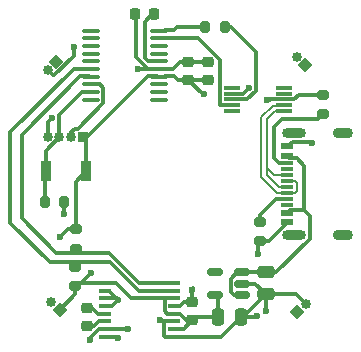
<source format=gbr>
%TF.GenerationSoftware,KiCad,Pcbnew,8.0.0*%
%TF.CreationDate,2024-05-16T17:25:02+03:00*%
%TF.ProjectId,pressure_sensor_logic,70726573-7375-4726-955f-73656e736f72,rev?*%
%TF.SameCoordinates,Original*%
%TF.FileFunction,Copper,L1,Top*%
%TF.FilePolarity,Positive*%
%FSLAX46Y46*%
G04 Gerber Fmt 4.6, Leading zero omitted, Abs format (unit mm)*
G04 Created by KiCad (PCBNEW 8.0.0) date 2024-05-16 17:25:02*
%MOMM*%
%LPD*%
G01*
G04 APERTURE LIST*
G04 Aperture macros list*
%AMRoundRect*
0 Rectangle with rounded corners*
0 $1 Rounding radius*
0 $2 $3 $4 $5 $6 $7 $8 $9 X,Y pos of 4 corners*
0 Add a 4 corners polygon primitive as box body*
4,1,4,$2,$3,$4,$5,$6,$7,$8,$9,$2,$3,0*
0 Add four circle primitives for the rounded corners*
1,1,$1+$1,$2,$3*
1,1,$1+$1,$4,$5*
1,1,$1+$1,$6,$7*
1,1,$1+$1,$8,$9*
0 Add four rect primitives between the rounded corners*
20,1,$1+$1,$2,$3,$4,$5,0*
20,1,$1+$1,$4,$5,$6,$7,0*
20,1,$1+$1,$6,$7,$8,$9,0*
20,1,$1+$1,$8,$9,$2,$3,0*%
%AMHorizOval*
0 Thick line with rounded ends*
0 $1 width*
0 $2 $3 position (X,Y) of the first rounded end (center of the circle)*
0 $4 $5 position (X,Y) of the second rounded end (center of the circle)*
0 Add line between two ends*
20,1,$1,$2,$3,$4,$5,0*
0 Add two circle primitives to create the rounded ends*
1,1,$1,$2,$3*
1,1,$1,$4,$5*%
%AMRotRect*
0 Rectangle, with rotation*
0 The origin of the aperture is its center*
0 $1 length*
0 $2 width*
0 $3 Rotation angle, in degrees counterclockwise*
0 Add horizontal line*
21,1,$1,$2,0,0,$3*%
G04 Aperture macros list end*
%TA.AperFunction,SMDPad,CuDef*%
%ADD10R,1.000000X0.400000*%
%TD*%
%TA.AperFunction,SMDPad,CuDef*%
%ADD11RoundRect,0.225000X0.250000X-0.225000X0.250000X0.225000X-0.250000X0.225000X-0.250000X-0.225000X0*%
%TD*%
%TA.AperFunction,ComponentPad*%
%ADD12RotRect,0.850000X0.850000X225.000000*%
%TD*%
%TA.AperFunction,ComponentPad*%
%ADD13HorizOval,0.850000X0.000000X0.000000X0.000000X0.000000X0*%
%TD*%
%TA.AperFunction,SMDPad,CuDef*%
%ADD14RoundRect,0.100000X0.637500X0.100000X-0.637500X0.100000X-0.637500X-0.100000X0.637500X-0.100000X0*%
%TD*%
%TA.AperFunction,SMDPad,CuDef*%
%ADD15RoundRect,0.250000X-0.250000X-0.475000X0.250000X-0.475000X0.250000X0.475000X-0.250000X0.475000X0*%
%TD*%
%TA.AperFunction,SMDPad,CuDef*%
%ADD16RoundRect,0.150000X0.512500X0.150000X-0.512500X0.150000X-0.512500X-0.150000X0.512500X-0.150000X0*%
%TD*%
%TA.AperFunction,SMDPad,CuDef*%
%ADD17RoundRect,0.225000X-0.250000X0.225000X-0.250000X-0.225000X0.250000X-0.225000X0.250000X0.225000X0*%
%TD*%
%TA.AperFunction,ComponentPad*%
%ADD18R,0.850000X0.850000*%
%TD*%
%TA.AperFunction,ComponentPad*%
%ADD19O,0.850000X0.850000*%
%TD*%
%TA.AperFunction,SMDPad,CuDef*%
%ADD20RoundRect,0.250000X-0.475000X0.250000X-0.475000X-0.250000X0.475000X-0.250000X0.475000X0.250000X0*%
%TD*%
%TA.AperFunction,SMDPad,CuDef*%
%ADD21RoundRect,0.200000X-0.275000X0.200000X-0.275000X-0.200000X0.275000X-0.200000X0.275000X0.200000X0*%
%TD*%
%TA.AperFunction,SMDPad,CuDef*%
%ADD22RoundRect,0.200000X-0.200000X-0.275000X0.200000X-0.275000X0.200000X0.275000X-0.200000X0.275000X0*%
%TD*%
%TA.AperFunction,SMDPad,CuDef*%
%ADD23RoundRect,0.200000X0.275000X-0.200000X0.275000X0.200000X-0.275000X0.200000X-0.275000X-0.200000X0*%
%TD*%
%TA.AperFunction,SMDPad,CuDef*%
%ADD24R,1.400000X0.300000*%
%TD*%
%TA.AperFunction,SMDPad,CuDef*%
%ADD25R,0.900000X1.700000*%
%TD*%
%TA.AperFunction,SMDPad,CuDef*%
%ADD26RoundRect,0.225000X0.225000X0.250000X-0.225000X0.250000X-0.225000X-0.250000X0.225000X-0.250000X0*%
%TD*%
%TA.AperFunction,ComponentPad*%
%ADD27RotRect,0.850000X0.850000X315.000000*%
%TD*%
%TA.AperFunction,ComponentPad*%
%ADD28HorizOval,0.850000X0.000000X0.000000X0.000000X0.000000X0*%
%TD*%
%TA.AperFunction,ComponentPad*%
%ADD29RotRect,0.850000X0.850000X135.000000*%
%TD*%
%TA.AperFunction,ComponentPad*%
%ADD30HorizOval,0.850000X0.000000X0.000000X0.000000X0.000000X0*%
%TD*%
%TA.AperFunction,SMDPad,CuDef*%
%ADD31R,1.140000X0.600000*%
%TD*%
%TA.AperFunction,SMDPad,CuDef*%
%ADD32R,1.140000X0.300000*%
%TD*%
%TA.AperFunction,ComponentPad*%
%ADD33O,2.000000X0.900000*%
%TD*%
%TA.AperFunction,ComponentPad*%
%ADD34O,1.700000X0.900000*%
%TD*%
%TA.AperFunction,ViaPad*%
%ADD35C,0.600000*%
%TD*%
%TA.AperFunction,Conductor*%
%ADD36C,0.300000*%
%TD*%
%TA.AperFunction,Conductor*%
%ADD37C,0.200000*%
%TD*%
G04 APERTURE END LIST*
D10*
%TO.P,D1,1,DVDD*%
%TO.N,+3.3V*%
X163700004Y-88450003D03*
%TO.P,D1,2,DGND*%
%TO.N,GND*%
X163700002Y-89100003D03*
%TO.P,D1,3,CLKIN*%
X163700004Y-89750004D03*
%TO.P,D1,4,GAIN*%
X163700004Y-90400006D03*
%TO.P,D1,5,CAP*%
%TO.N,Net-(C3-Pad2)*%
X163699994Y-91049993D03*
%TO.P,D1,6,CAP*%
%TO.N,Net-(C3-Pad1)*%
X163700000Y-91700005D03*
%TO.P,D1,7,AINP*%
%TO.N,/A+*%
X163700001Y-92350005D03*
%TO.P,D1,8,AINN*%
%TO.N,/A-*%
X163700002Y-93000001D03*
%TO.P,D1,9,REFN*%
%TO.N,GND*%
X169500000Y-93000001D03*
%TO.P,D1,10,REFP*%
%TO.N,+3.3V*%
X169500002Y-92350001D03*
%TO.P,D1,11,AGND*%
%TO.N,GND*%
X169500000Y-91700000D03*
%TO.P,D1,12,AVDD*%
%TO.N,+3.3V*%
X169500000Y-91049998D03*
%TO.P,D1,13,SPEED*%
%TO.N,GND*%
X169500010Y-90400011D03*
%TO.P,D1,14,PWDN*%
%TO.N,+3.3V*%
X169500004Y-89749999D03*
%TO.P,D1,15,SCLK*%
%TO.N,/I2C2_SCL*%
X169500003Y-89099999D03*
%TO.P,D1,16,~DRDY/DOUT*%
%TO.N,/I2C2_SDA*%
X169500002Y-88450003D03*
%TD*%
D11*
%TO.P,C19,1*%
%TO.N,+3.3V*%
X172350000Y-71250000D03*
%TO.P,C19,2*%
%TO.N,GND*%
X172350000Y-69699998D03*
%TD*%
D12*
%TO.P,J2,1,Pin_1*%
%TO.N,+3.3V*%
X159825000Y-90725000D03*
D13*
%TO.P,J2,2,Pin_2*%
%TO.N,/A+*%
X159117893Y-90017893D03*
%TD*%
D14*
%TO.P,U4,1,PB7/PB8*%
%TO.N,unconnected-(U4-PB7{slash}PB8-Pad1)*%
X168199999Y-72925000D03*
%TO.P,U4,2,PC14/PB9*%
%TO.N,unconnected-(U4-PC14{slash}PB9-Pad2)*%
X168200000Y-72275000D03*
%TO.P,U4,3,PC15*%
%TO.N,unconnected-(U4-PC15-Pad3)*%
X168200000Y-71625000D03*
%TO.P,U4,4,VDD*%
%TO.N,+3.3V*%
X168200000Y-70975000D03*
%TO.P,U4,5,VSS*%
%TO.N,GND*%
X168199999Y-70324999D03*
%TO.P,U4,6,NRST*%
%TO.N,/NRST*%
X168199999Y-69675001D03*
%TO.P,U4,7,PA0*%
%TO.N,unconnected-(U4-PA0-Pad7)*%
X168200000Y-69025000D03*
%TO.P,U4,8,PA1*%
%TO.N,unconnected-(U4-PA1-Pad8)*%
X168200000Y-68375001D03*
%TO.P,U4,9,PA2*%
%TO.N,/USART2_TX*%
X168199999Y-67724999D03*
%TO.P,U4,10,PA3*%
%TO.N,/USART2_RX*%
X168200004Y-67075001D03*
%TO.P,U4,11,PA4*%
%TO.N,unconnected-(U4-PA4-Pad11)*%
X162475001Y-67075000D03*
%TO.P,U4,12,PA5*%
%TO.N,unconnected-(U4-PA5-Pad12)*%
X162475000Y-67725000D03*
%TO.P,U4,13,PA6*%
%TO.N,unconnected-(U4-PA6-Pad13)*%
X162475000Y-68375000D03*
%TO.P,U4,14,PA7*%
%TO.N,unconnected-(U4-PA7-Pad14)*%
X162475000Y-69025000D03*
%TO.P,U4,15,PB0/PB1/PB2/PA8*%
%TO.N,unconnected-(U4-PB0{slash}PB1{slash}PB2{slash}PA8-Pad15)*%
X162475001Y-69675001D03*
%TO.P,U4,16,PA11/PA9*%
%TO.N,/I2C2_SCL*%
X162475001Y-70324999D03*
%TO.P,U4,17,PA12/PA10*%
%TO.N,/I2C2_SDA*%
X162475000Y-70975000D03*
%TO.P,U4,18,PA13*%
%TO.N,/SWCLK*%
X162475000Y-71624999D03*
%TO.P,U4,19,PA14/PA15*%
%TO.N,/SWDIO*%
X162475001Y-72275001D03*
%TO.P,U4,20,PB3/PB4/PB5/PB6*%
%TO.N,unconnected-(U4-PB3{slash}PB4{slash}PB5{slash}PB6-Pad20)*%
X162474996Y-72924999D03*
%TD*%
D15*
%TO.P,C17,1*%
%TO.N,+3.3V*%
X173250002Y-91300002D03*
%TO.P,C17,2*%
%TO.N,GND*%
X175150000Y-91300002D03*
%TD*%
D16*
%TO.P,U3,1,VIN*%
%TO.N,VBUS*%
X175249998Y-89450003D03*
%TO.P,U3,2,GND*%
%TO.N,GND*%
X175249998Y-88500003D03*
%TO.P,U3,3,EN*%
%TO.N,VBUS*%
X175249998Y-87550003D03*
%TO.P,U3,4,NC*%
%TO.N,unconnected-(U3-NC-Pad4)*%
X172974998Y-87550003D03*
%TO.P,U3,5,VOUT*%
%TO.N,+3.3V*%
X172974998Y-89450003D03*
%TD*%
D12*
%TO.P,J4,1,Pin_1*%
%TO.N,/A+*%
X180600000Y-70000000D03*
D13*
%TO.P,J4,2,Pin_2*%
%TO.N,GND*%
X179892893Y-69292893D03*
%TD*%
D17*
%TO.P,C4,1*%
%TO.N,GND*%
X171050001Y-90059875D03*
%TO.P,C4,2*%
%TO.N,+3.3V*%
X171050001Y-91609877D03*
%TD*%
D18*
%TO.P,J3,1,Pin_1*%
%TO.N,+3.3V*%
X161800001Y-76075000D03*
D19*
%TO.P,J3,2,Pin_2*%
%TO.N,/SWCLK*%
X160800001Y-76075000D03*
%TO.P,J3,3,Pin_3*%
%TO.N,/SWDIO*%
X159800001Y-76075000D03*
%TO.P,J3,4,Pin_4*%
%TO.N,GND*%
X158800001Y-76075000D03*
%TD*%
D20*
%TO.P,C16,1*%
%TO.N,VBUS*%
X177250000Y-87500002D03*
%TO.P,C16,2*%
%TO.N,GND*%
X177250000Y-89400000D03*
%TD*%
D21*
%TO.P,R14,1*%
%TO.N,/I2C2_SCL*%
X161150000Y-87075000D03*
%TO.P,R14,2*%
%TO.N,+3.3V*%
X161150000Y-88725000D03*
%TD*%
D22*
%TO.P,R9,1*%
%TO.N,/SWDIO*%
X158550000Y-81575000D03*
%TO.P,R9,2*%
%TO.N,GND*%
X160200000Y-81575000D03*
%TD*%
D11*
%TO.P,C3,1*%
%TO.N,Net-(C3-Pad1)*%
X162100000Y-92100000D03*
%TO.P,C3,2*%
%TO.N,Net-(C3-Pad2)*%
X162100000Y-90549998D03*
%TD*%
D23*
%TO.P,R1,1*%
%TO.N,Net-(J11-CC2)*%
X182150000Y-74150000D03*
%TO.P,R1,2*%
%TO.N,GND*%
X182150000Y-72500000D03*
%TD*%
D24*
%TO.P,U5,1,UD+*%
%TO.N,/D+*%
X178850005Y-73899998D03*
%TO.P,U5,2,UD-*%
%TO.N,/D-*%
X178850000Y-73400000D03*
%TO.P,U5,3,GND*%
%TO.N,GND*%
X178850000Y-72900000D03*
%TO.P,U5,4,~{RTS}*%
%TO.N,unconnected-(U5-~{RTS}-Pad4)*%
X178850002Y-72400004D03*
%TO.P,U5,5,~{CTS}*%
%TO.N,unconnected-(U5-~{CTS}-Pad5)*%
X178850001Y-71899999D03*
%TO.P,U5,6,TNOW*%
%TO.N,unconnected-(U5-TNOW-Pad6)*%
X174449995Y-71900002D03*
%TO.P,U5,7,VCC*%
%TO.N,+3.3V*%
X174450000Y-72400000D03*
%TO.P,U5,8,TXD*%
%TO.N,Net-(U5-TXD)*%
X174450000Y-72900000D03*
%TO.P,U5,9,RXD*%
%TO.N,/USART2_TX*%
X174449998Y-73399996D03*
%TO.P,U5,10,V3*%
%TO.N,unconnected-(U5-V3-Pad10)*%
X174449999Y-73900001D03*
%TD*%
D25*
%TO.P,SW2,1,1*%
%TO.N,/SWDIO*%
X158625000Y-79000000D03*
%TO.P,SW2,2,2*%
%TO.N,+3.3V*%
X162025000Y-79000000D03*
%TD*%
D23*
%TO.P,R15,1*%
%TO.N,/I2C2_SDA*%
X161175000Y-85550000D03*
%TO.P,R15,2*%
%TO.N,+3.3V*%
X161175000Y-83900000D03*
%TD*%
D26*
%TO.P,C20,1*%
%TO.N,/NRST*%
X167775002Y-65650000D03*
%TO.P,C20,2*%
%TO.N,GND*%
X166225000Y-65650000D03*
%TD*%
D27*
%TO.P,J6,1,Pin_1*%
%TO.N,/A-*%
X159503554Y-69696445D03*
D28*
%TO.P,J6,2,Pin_2*%
%TO.N,+3.3V*%
X158796447Y-70403552D03*
%TD*%
D11*
%TO.P,C18,1*%
%TO.N,+3.3V*%
X170700000Y-71250000D03*
%TO.P,C18,2*%
%TO.N,GND*%
X170700000Y-69699998D03*
%TD*%
D29*
%TO.P,J5,1,Pin_1*%
%TO.N,/A-*%
X179942893Y-90907107D03*
D30*
%TO.P,J5,2,Pin_2*%
%TO.N,GND*%
X180650000Y-90200000D03*
%TD*%
D31*
%TO.P,J11,A1_B12,GND*%
%TO.N,GND*%
X179050001Y-83275000D03*
%TO.P,J11,A4_B9,VBUS*%
%TO.N,VBUS*%
X179050001Y-82475001D03*
D32*
%TO.P,J11,A5,CC1*%
%TO.N,Net-(J11-CC1)*%
X179050001Y-81325000D03*
%TO.P,J11,A6,DP1*%
%TO.N,/D+*%
X179050000Y-80325000D03*
%TO.P,J11,A7,DN1*%
%TO.N,/D-*%
X179050001Y-79825001D03*
%TO.P,J11,A8,SBU1*%
%TO.N,unconnected-(J11-SBU1-PadA8)*%
X179050002Y-78825000D03*
D31*
%TO.P,J11,B1_A12,GND*%
%TO.N,GND*%
X179050001Y-76875000D03*
%TO.P,J11,B4_A9,VBUS*%
%TO.N,VBUS*%
X179050002Y-77674999D03*
D32*
%TO.P,J11,B5,CC2*%
%TO.N,Net-(J11-CC2)*%
X179050000Y-78325000D03*
%TO.P,J11,B6,DP2*%
%TO.N,/D+*%
X179050000Y-79324999D03*
%TO.P,J11,B7,DN2*%
%TO.N,/D-*%
X179050002Y-80825001D03*
%TO.P,J11,B8,SBU2*%
%TO.N,unconnected-(J11-SBU2-PadB8)*%
X179050001Y-81825000D03*
D33*
%TO.P,J11,S1,SHIELD*%
%TO.N,unconnected-(J11-SHIELD-PadS1)_2*%
X179630001Y-84400000D03*
%TO.P,J11,S2,SHIELD*%
%TO.N,unconnected-(J11-SHIELD-PadS1)_0*%
X179630002Y-75749999D03*
D34*
%TO.P,J11,S3,SHIELD*%
%TO.N,unconnected-(J11-SHIELD-PadS1)*%
X183800001Y-84400000D03*
%TO.P,J11,S4,SHIELD*%
%TO.N,unconnected-(J11-SHIELD-PadS1)_1*%
X183800001Y-75750000D03*
%TD*%
D21*
%TO.P,R2,1*%
%TO.N,Net-(J11-CC1)*%
X176800000Y-83250000D03*
%TO.P,R2,2*%
%TO.N,GND*%
X176800000Y-84900000D03*
%TD*%
D22*
%TO.P,R10,1*%
%TO.N,/USART2_RX*%
X172150000Y-66750000D03*
%TO.P,R10,2*%
%TO.N,Net-(U5-TXD)*%
X173800000Y-66750000D03*
%TD*%
D35*
%TO.N,GND*%
X176600000Y-86000000D03*
X177375000Y-72975000D03*
X159175000Y-74450000D03*
X181200000Y-76575000D03*
X164775000Y-89850000D03*
X171050000Y-89000000D03*
X160150000Y-82625000D03*
X166425000Y-70325000D03*
X176500000Y-91275000D03*
X168275000Y-91575000D03*
X177275000Y-90775000D03*
%TO.N,+3.3V*%
X172050000Y-72475000D03*
X162500000Y-87575000D03*
X175825000Y-71950000D03*
X161000000Y-68425000D03*
X159875000Y-84525000D03*
%TO.N,/A-*%
X164725000Y-93075000D03*
%TO.N,/A+*%
X165600000Y-92300000D03*
X162375000Y-93275000D03*
%TD*%
D36*
%TO.N,GND*%
X180100000Y-72500000D02*
X182150000Y-72500000D01*
X170000002Y-69699998D02*
X170700000Y-69699998D01*
X178850000Y-72900000D02*
X177650000Y-72900000D01*
X160200000Y-82575000D02*
X160150000Y-82625000D01*
X179150000Y-76875000D02*
X179540000Y-76485000D01*
X176474998Y-91300002D02*
X176500000Y-91275000D01*
X179540000Y-76485000D02*
X181110000Y-76485000D01*
X170700000Y-69699998D02*
X172350000Y-69699998D01*
X173450001Y-93000001D02*
X169500000Y-93000001D01*
X177525000Y-84900000D02*
X179150000Y-83275000D01*
X169400001Y-70299999D02*
X170000002Y-69699998D01*
X170315125Y-90059875D02*
X171050001Y-90059875D01*
X163700002Y-89100003D02*
X164025003Y-89100003D01*
X176600000Y-84900000D02*
X177525000Y-84900000D01*
X163700004Y-89750004D02*
X164675004Y-89750004D01*
X164025003Y-89100003D02*
X164775000Y-89850000D01*
X168275000Y-91575000D02*
X168625000Y-91700000D01*
X168625000Y-92925001D02*
X168625000Y-91700000D01*
X168024999Y-70299999D02*
X166450001Y-70299999D01*
X163700004Y-90400006D02*
X164224994Y-90400006D01*
X176350003Y-88500003D02*
X177250000Y-89400000D01*
X166299998Y-69312497D02*
X167287500Y-70299999D01*
X166299998Y-65500000D02*
X166299998Y-69312497D01*
X167287500Y-70299999D02*
X168024999Y-70299999D01*
X180650000Y-90200000D02*
X179850000Y-89400000D01*
X169974989Y-90400011D02*
X170315125Y-90059875D01*
X177250000Y-89400000D02*
X177250000Y-90750000D01*
X181110000Y-76485000D02*
X181200000Y-76575000D01*
X168700000Y-93000001D02*
X168625000Y-92925001D01*
X179700000Y-72900000D02*
X180100000Y-72500000D01*
X169500010Y-90400011D02*
X169974989Y-90400011D01*
X169500000Y-93000001D02*
X168700000Y-93000001D01*
X160200000Y-81575000D02*
X160200000Y-82575000D01*
X177250000Y-90750000D02*
X177275000Y-90775000D01*
X178850000Y-72900000D02*
X179700000Y-72900000D01*
X168749998Y-70299999D02*
X169400001Y-70299999D01*
X168625000Y-91700000D02*
X169500000Y-91700000D01*
X175150000Y-91300002D02*
X173450001Y-93000001D01*
X171050001Y-90059875D02*
X171050000Y-89000000D01*
X177575000Y-72975000D02*
X177375000Y-72975000D01*
X164675004Y-89750004D02*
X164775000Y-89850000D01*
X177650000Y-72900000D02*
X177625000Y-72925000D01*
X175150000Y-91300002D02*
X176474998Y-91300002D01*
X158800001Y-76075000D02*
X158800001Y-74824999D01*
X177625000Y-72925000D02*
X177575000Y-72975000D01*
X175349998Y-91300002D02*
X177250000Y-89400000D01*
X169500000Y-91700000D02*
X168950003Y-91700000D01*
X176600000Y-84900000D02*
X176600000Y-86000000D01*
X175150000Y-91300002D02*
X175349998Y-91300002D01*
X166450001Y-70299999D02*
X166425000Y-70325000D01*
X164224994Y-90400006D02*
X164775000Y-89850000D01*
X175249998Y-88500003D02*
X176350003Y-88500003D01*
X171149997Y-88900003D02*
X171050000Y-89000000D01*
X158800001Y-74824999D02*
X159175000Y-74450000D01*
X179850000Y-89400000D02*
X177250000Y-89400000D01*
%TO.N,Net-(C3-Pad1)*%
X163700000Y-91700005D02*
X163124995Y-91700005D01*
X163124995Y-91700005D02*
X162725000Y-92100000D01*
X162725000Y-92100000D02*
X162100000Y-92100000D01*
%TO.N,Net-(C3-Pad2)*%
X163099993Y-91049993D02*
X162599998Y-90549998D01*
D37*
X162250002Y-90449998D02*
X162424998Y-90449998D01*
D36*
X162599998Y-90549998D02*
X162100000Y-90549998D01*
X163699994Y-91049993D02*
X163099993Y-91049993D01*
%TO.N,+3.3V*%
X173250002Y-89725007D02*
X172974998Y-89450003D01*
X169974998Y-91049998D02*
X170534877Y-91609877D01*
X174450000Y-72400000D02*
X175375000Y-72400000D01*
X161000000Y-69192777D02*
X159364226Y-70828551D01*
X161000000Y-68425000D02*
X161000000Y-69192777D01*
X170534877Y-91609877D02*
X171050001Y-91609877D01*
X168895997Y-91049998D02*
X168700000Y-90854001D01*
X161175000Y-83900000D02*
X161175000Y-79850000D01*
X162025000Y-76299999D02*
X161800001Y-76075000D01*
X161150000Y-89400000D02*
X159825000Y-90725000D01*
X163700004Y-88450003D02*
X164584317Y-88450003D01*
X162150000Y-79125000D02*
X162025000Y-79000000D01*
X161424997Y-88450003D02*
X161150000Y-88725000D01*
X171359876Y-91300002D02*
X171050001Y-91609877D01*
X168749999Y-70950000D02*
X169500000Y-70950000D01*
X172050000Y-72475000D02*
X171925000Y-72475000D01*
X161175000Y-83900000D02*
X160500000Y-83900000D01*
D37*
X170634877Y-91609877D02*
X171050001Y-91609877D01*
D36*
X162025000Y-79000000D02*
X162025000Y-76299999D01*
X168700000Y-89750003D02*
X168700004Y-89749999D01*
X169500000Y-91049998D02*
X168895997Y-91049998D01*
X169500000Y-91049998D02*
X169974998Y-91049998D01*
X173250002Y-91300002D02*
X171359876Y-91300002D01*
X170700000Y-71250000D02*
X172350000Y-71250000D01*
X159364226Y-70828551D02*
X159221446Y-70828551D01*
X168700004Y-89749999D02*
X169500004Y-89749999D01*
X175375000Y-72400000D02*
X175825000Y-71950000D01*
X160500000Y-83900000D02*
X159875000Y-84525000D01*
X169500004Y-89749999D02*
X165884313Y-89749999D01*
X161150000Y-88725000D02*
X161350000Y-88725000D01*
X161175000Y-79850000D02*
X162025000Y-79000000D01*
X169800000Y-71250000D02*
X170700000Y-71250000D01*
X170309877Y-92350001D02*
X171050001Y-91609877D01*
X161350000Y-88725000D02*
X162500000Y-87575000D01*
X164584317Y-88450003D02*
X165792157Y-89657843D01*
X167287501Y-70950000D02*
X162162501Y-76075000D01*
X168700000Y-90854001D02*
X168700000Y-89750003D01*
X169500002Y-92350001D02*
X170309877Y-92350001D01*
X169500000Y-70950000D02*
X169800000Y-71250000D01*
X173250002Y-91300002D02*
X173250002Y-89725007D01*
X159221446Y-70828551D02*
X158796447Y-70403552D01*
X163700004Y-88450003D02*
X161424997Y-88450003D01*
X162162501Y-76075000D02*
X161800001Y-76075000D01*
X161150000Y-88725000D02*
X161150000Y-89400000D01*
X168025000Y-70950000D02*
X167287501Y-70950000D01*
X165884313Y-89749999D02*
X165792157Y-89657843D01*
X171925000Y-72475000D02*
X170700000Y-71250000D01*
%TO.N,/NRST*%
X168024999Y-69650001D02*
X167287500Y-69650001D01*
X167025000Y-69387501D02*
X167025000Y-66325000D01*
X167025000Y-66325000D02*
X167850000Y-65500000D01*
X167287500Y-69650001D02*
X167025000Y-69387501D01*
%TO.N,VBUS*%
X179050002Y-77674999D02*
X179200003Y-77825000D01*
X180509949Y-82265000D02*
X179360001Y-82265000D01*
X179600000Y-77825000D02*
X179675000Y-77900000D01*
X180980000Y-82735051D02*
X180509949Y-82265000D01*
X177199999Y-87550003D02*
X177250000Y-87500002D01*
X174587499Y-89450003D02*
X174310498Y-89173002D01*
X179675000Y-77900000D02*
X179900000Y-77900000D01*
X174824997Y-87550003D02*
X175249998Y-87550003D01*
X177250000Y-87500002D02*
X178169947Y-87500002D01*
X179360001Y-82265000D02*
X179150000Y-82475001D01*
X179900000Y-77900000D02*
X180509949Y-78509949D01*
X180980000Y-84689949D02*
X180980000Y-82735051D01*
X175249998Y-89450003D02*
X174587499Y-89450003D01*
X178169947Y-87500002D02*
X180980000Y-84689949D01*
X180509949Y-78509949D02*
X180509949Y-82265000D01*
X175249998Y-87550003D02*
X177199999Y-87550003D01*
X174310498Y-89173002D02*
X174310498Y-88064502D01*
X179200003Y-77825000D02*
X179600000Y-77825000D01*
X174310498Y-88064502D02*
X174824997Y-87550003D01*
D37*
%TO.N,/D-*%
X176886156Y-74395644D02*
X177856804Y-73424996D01*
X179125000Y-80800000D02*
X178181800Y-80800000D01*
X178825004Y-73424996D02*
X178850000Y-73400000D01*
X179150000Y-79825001D02*
X179770000Y-79825001D01*
X178181800Y-80800000D02*
X176886156Y-79504356D01*
X179769998Y-80825001D02*
X179150001Y-80825001D01*
X178875001Y-73425001D02*
X178850000Y-73400000D01*
X179150000Y-79825001D02*
X179175000Y-79800001D01*
X179150001Y-80825001D02*
X179125000Y-80800000D01*
X176886156Y-79504356D02*
X176886156Y-74395644D01*
X179919999Y-80675000D02*
X179769998Y-80825001D01*
X177856804Y-73424996D02*
X178825004Y-73424996D01*
X179770000Y-79825001D02*
X179919999Y-79975000D01*
X179919999Y-79975000D02*
X179919999Y-80675000D01*
D36*
%TO.N,/SWDIO*%
X159800001Y-74212502D02*
X159800001Y-76075000D01*
X158625000Y-77250001D02*
X159800001Y-76075000D01*
X158550000Y-81575000D02*
X158550000Y-79075000D01*
X163037500Y-72250001D02*
X162300001Y-72250001D01*
X161737502Y-72275001D02*
X159800001Y-74212502D01*
X162475001Y-72275001D02*
X161737502Y-72275001D01*
X158550000Y-79075000D02*
X158625000Y-79000000D01*
X158625000Y-79000000D02*
X158625000Y-77250001D01*
%TO.N,/SWCLK*%
X163224999Y-71599999D02*
X162300000Y-71599999D01*
X163489496Y-73235504D02*
X161352000Y-75373000D01*
X162475000Y-71624999D02*
X163212499Y-71624999D01*
X161352000Y-75373000D02*
X161098001Y-75373000D01*
X163212499Y-71624999D02*
X163489496Y-71901996D01*
X163489496Y-71901996D02*
X163489496Y-73235504D01*
X161098001Y-75373000D02*
X160800001Y-75671000D01*
X160800001Y-75671000D02*
X160800001Y-76075000D01*
%TO.N,/A-*%
X163700002Y-93000001D02*
X164650001Y-93000001D01*
X164650001Y-93000001D02*
X164725000Y-93075000D01*
%TO.N,/A+*%
X163149998Y-92350005D02*
X162375000Y-93125003D01*
X165600000Y-92300000D02*
X165224995Y-92350005D01*
X163700001Y-92350005D02*
X163149998Y-92350005D01*
X162375000Y-93125003D02*
X162375000Y-93275000D01*
X165224995Y-92350005D02*
X163700001Y-92350005D01*
%TO.N,/I2C2_SDA*%
X166575003Y-88450003D02*
X169500002Y-88450003D01*
X164025000Y-85900000D02*
X166575003Y-88450003D01*
X162300000Y-70950000D02*
X161525000Y-70950000D01*
X156600000Y-75875000D02*
X156600000Y-82950000D01*
X156600000Y-82950000D02*
X159550000Y-85900000D01*
X159550000Y-85900000D02*
X164025000Y-85900000D01*
X161525000Y-70950000D02*
X156600000Y-75875000D01*
%TO.N,/I2C2_SCL*%
X166524999Y-89099999D02*
X169500003Y-89099999D01*
X164125000Y-86700000D02*
X166524999Y-89099999D01*
X155650000Y-75675000D02*
X155650000Y-83350000D01*
X155650000Y-83350000D02*
X159000000Y-86700000D01*
X159000000Y-86700000D02*
X164125000Y-86700000D01*
X162300001Y-70299999D02*
X161025001Y-70299999D01*
X161025001Y-70299999D02*
X155650000Y-75675000D01*
%TO.N,Net-(U5-TXD)*%
X175691002Y-72900000D02*
X174450000Y-72900000D01*
X173800000Y-66750000D02*
X174300006Y-66750000D01*
X174300006Y-66750000D02*
X176425000Y-68874994D01*
X176425000Y-68874994D02*
X176425000Y-72166002D01*
X176425000Y-72166002D02*
X175691002Y-72900000D01*
%TO.N,/USART2_RX*%
X169487502Y-67050001D02*
X169787503Y-66750000D01*
X168750003Y-67050001D02*
X169487502Y-67050001D01*
X169787503Y-66750000D02*
X172150000Y-66750000D01*
%TO.N,/USART2_TX*%
X173400000Y-73400000D02*
X173400000Y-69558828D01*
X173400000Y-69558828D02*
X171566171Y-67724999D01*
X171566171Y-67724999D02*
X168199999Y-67724999D01*
X174449998Y-73400000D02*
X173400000Y-73400000D01*
D37*
%TO.N,unconnected-(U5-V3-Pad10)*%
X175000003Y-73900005D02*
X175024998Y-73925000D01*
%TO.N,/D+*%
X178368199Y-80349999D02*
X177336156Y-79317956D01*
X179149999Y-79324999D02*
X179175000Y-79350000D01*
X179125000Y-80349999D02*
X178368199Y-80349999D01*
X177336156Y-78700000D02*
X177336156Y-74582044D01*
X178875001Y-73875002D02*
X178850005Y-73899998D01*
X177961155Y-79324999D02*
X177336156Y-78700000D01*
X179149999Y-80325000D02*
X179125000Y-80349999D01*
X179149999Y-79324999D02*
X177961155Y-79324999D01*
X177336156Y-79317956D02*
X177336156Y-78700000D01*
X178043203Y-73874997D02*
X178825004Y-73874997D01*
X178825004Y-73874997D02*
X178850005Y-73899998D01*
X177336156Y-74582044D02*
X178043203Y-73874997D01*
D36*
%TO.N,Net-(J11-CC2)*%
X177950000Y-77844998D02*
X178430002Y-78325000D01*
X179149999Y-78325000D02*
X178430002Y-78325000D01*
X181700000Y-74600000D02*
X182150000Y-74150000D01*
X178430002Y-78325000D02*
X179050000Y-78325000D01*
X178625000Y-74600000D02*
X177950000Y-75275000D01*
X178625000Y-74600000D02*
X181700000Y-74600000D01*
X177950000Y-75275000D02*
X177950000Y-77844998D01*
%TO.N,Net-(J11-CC1)*%
X179050001Y-81325000D02*
X178180001Y-81325000D01*
X178525000Y-81325000D02*
X179150000Y-81325000D01*
X178180001Y-81325000D02*
X176800000Y-82705001D01*
X176800000Y-82705001D02*
X176800000Y-83250000D01*
%TD*%
M02*

</source>
